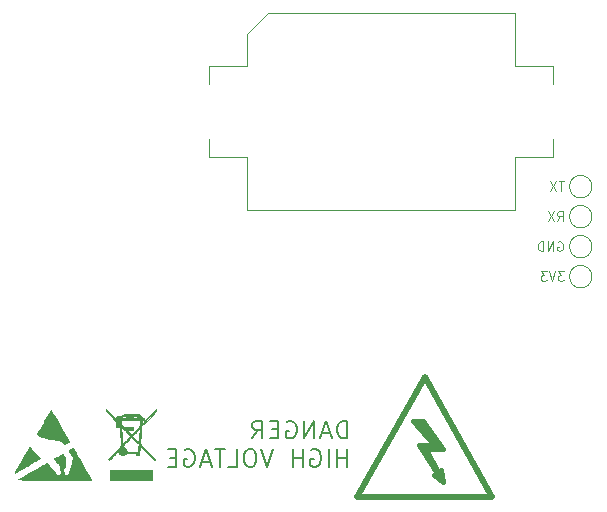
<source format=gbr>
%TF.GenerationSoftware,KiCad,Pcbnew,(5.1.6)-1*%
%TF.CreationDate,2021-01-29T14:11:21+08:00*%
%TF.ProjectId,STM32F0_Nixie_Clock,53544d33-3246-4305-9f4e-697869655f43,V3.0*%
%TF.SameCoordinates,Original*%
%TF.FileFunction,Legend,Bot*%
%TF.FilePolarity,Positive*%
%FSLAX46Y46*%
G04 Gerber Fmt 4.6, Leading zero omitted, Abs format (unit mm)*
G04 Created by KiCad (PCBNEW (5.1.6)-1) date 2021-01-29 14:11:21*
%MOMM*%
%LPD*%
G01*
G04 APERTURE LIST*
%ADD10C,0.100000*%
%ADD11C,0.150000*%
%ADD12C,0.500000*%
%ADD13C,0.120000*%
%ADD14C,0.010000*%
%ADD15C,0.381000*%
%ADD16C,0.400000*%
G04 APERTURE END LIST*
D10*
X202766714Y-111067904D02*
X202271476Y-111067904D01*
X202538142Y-111372666D01*
X202423857Y-111372666D01*
X202347666Y-111410761D01*
X202309571Y-111448857D01*
X202271476Y-111525047D01*
X202271476Y-111715523D01*
X202309571Y-111791714D01*
X202347666Y-111829809D01*
X202423857Y-111867904D01*
X202652428Y-111867904D01*
X202728619Y-111829809D01*
X202766714Y-111791714D01*
X202042904Y-111067904D02*
X201776238Y-111867904D01*
X201509571Y-111067904D01*
X201319095Y-111067904D02*
X200823857Y-111067904D01*
X201090523Y-111372666D01*
X200976238Y-111372666D01*
X200900047Y-111410761D01*
X200861952Y-111448857D01*
X200823857Y-111525047D01*
X200823857Y-111715523D01*
X200861952Y-111791714D01*
X200900047Y-111829809D01*
X200976238Y-111867904D01*
X201204809Y-111867904D01*
X201281000Y-111829809D01*
X201319095Y-111791714D01*
X202804809Y-103447904D02*
X202347666Y-103447904D01*
X202576238Y-104247904D02*
X202576238Y-103447904D01*
X202157190Y-103447904D02*
X201623857Y-104247904D01*
X201623857Y-103447904D02*
X202157190Y-104247904D01*
X202271476Y-108566000D02*
X202347666Y-108527904D01*
X202461952Y-108527904D01*
X202576238Y-108566000D01*
X202652428Y-108642190D01*
X202690523Y-108718380D01*
X202728619Y-108870761D01*
X202728619Y-108985047D01*
X202690523Y-109137428D01*
X202652428Y-109213619D01*
X202576238Y-109289809D01*
X202461952Y-109327904D01*
X202385761Y-109327904D01*
X202271476Y-109289809D01*
X202233380Y-109251714D01*
X202233380Y-108985047D01*
X202385761Y-108985047D01*
X201890523Y-109327904D02*
X201890523Y-108527904D01*
X201433380Y-109327904D01*
X201433380Y-108527904D01*
X201052428Y-109327904D02*
X201052428Y-108527904D01*
X200861952Y-108527904D01*
X200747666Y-108566000D01*
X200671476Y-108642190D01*
X200633380Y-108718380D01*
X200595285Y-108870761D01*
X200595285Y-108985047D01*
X200633380Y-109137428D01*
X200671476Y-109213619D01*
X200747666Y-109289809D01*
X200861952Y-109327904D01*
X201052428Y-109327904D01*
X202233380Y-106787904D02*
X202500047Y-106406952D01*
X202690523Y-106787904D02*
X202690523Y-105987904D01*
X202385761Y-105987904D01*
X202309571Y-106026000D01*
X202271476Y-106064095D01*
X202233380Y-106140285D01*
X202233380Y-106254571D01*
X202271476Y-106330761D01*
X202309571Y-106368857D01*
X202385761Y-106406952D01*
X202690523Y-106406952D01*
X201966714Y-105987904D02*
X201433380Y-106787904D01*
X201433380Y-105987904D02*
X201966714Y-106787904D01*
D11*
X184457357Y-125208571D02*
X184457357Y-123708571D01*
X184100214Y-123708571D01*
X183885928Y-123780000D01*
X183743071Y-123922857D01*
X183671642Y-124065714D01*
X183600214Y-124351428D01*
X183600214Y-124565714D01*
X183671642Y-124851428D01*
X183743071Y-124994285D01*
X183885928Y-125137142D01*
X184100214Y-125208571D01*
X184457357Y-125208571D01*
X183028785Y-124780000D02*
X182314500Y-124780000D01*
X183171642Y-125208571D02*
X182671642Y-123708571D01*
X182171642Y-125208571D01*
X181671642Y-125208571D02*
X181671642Y-123708571D01*
X180814500Y-125208571D01*
X180814500Y-123708571D01*
X179314500Y-123780000D02*
X179457357Y-123708571D01*
X179671642Y-123708571D01*
X179885928Y-123780000D01*
X180028785Y-123922857D01*
X180100214Y-124065714D01*
X180171642Y-124351428D01*
X180171642Y-124565714D01*
X180100214Y-124851428D01*
X180028785Y-124994285D01*
X179885928Y-125137142D01*
X179671642Y-125208571D01*
X179528785Y-125208571D01*
X179314500Y-125137142D01*
X179243071Y-125065714D01*
X179243071Y-124565714D01*
X179528785Y-124565714D01*
X178600214Y-124422857D02*
X178100214Y-124422857D01*
X177885928Y-125208571D02*
X178600214Y-125208571D01*
X178600214Y-123708571D01*
X177885928Y-123708571D01*
X176385928Y-125208571D02*
X176885928Y-124494285D01*
X177243071Y-125208571D02*
X177243071Y-123708571D01*
X176671642Y-123708571D01*
X176528785Y-123780000D01*
X176457357Y-123851428D01*
X176385928Y-123994285D01*
X176385928Y-124208571D01*
X176457357Y-124351428D01*
X176528785Y-124422857D01*
X176671642Y-124494285D01*
X177243071Y-124494285D01*
X184457357Y-127608571D02*
X184457357Y-126108571D01*
X184457357Y-126822857D02*
X183600214Y-126822857D01*
X183600214Y-127608571D02*
X183600214Y-126108571D01*
X182885928Y-127608571D02*
X182885928Y-126108571D01*
X181385928Y-126180000D02*
X181528785Y-126108571D01*
X181743071Y-126108571D01*
X181957357Y-126180000D01*
X182100214Y-126322857D01*
X182171642Y-126465714D01*
X182243071Y-126751428D01*
X182243071Y-126965714D01*
X182171642Y-127251428D01*
X182100214Y-127394285D01*
X181957357Y-127537142D01*
X181743071Y-127608571D01*
X181600214Y-127608571D01*
X181385928Y-127537142D01*
X181314500Y-127465714D01*
X181314500Y-126965714D01*
X181600214Y-126965714D01*
X180671642Y-127608571D02*
X180671642Y-126108571D01*
X180671642Y-126822857D02*
X179814500Y-126822857D01*
X179814500Y-127608571D02*
X179814500Y-126108571D01*
X178171642Y-126108571D02*
X177671642Y-127608571D01*
X177171642Y-126108571D01*
X176385928Y-126108571D02*
X176100214Y-126108571D01*
X175957357Y-126180000D01*
X175814500Y-126322857D01*
X175743071Y-126608571D01*
X175743071Y-127108571D01*
X175814500Y-127394285D01*
X175957357Y-127537142D01*
X176100214Y-127608571D01*
X176385928Y-127608571D01*
X176528785Y-127537142D01*
X176671642Y-127394285D01*
X176743071Y-127108571D01*
X176743071Y-126608571D01*
X176671642Y-126322857D01*
X176528785Y-126180000D01*
X176385928Y-126108571D01*
X174385928Y-127608571D02*
X175100214Y-127608571D01*
X175100214Y-126108571D01*
X174100214Y-126108571D02*
X173243071Y-126108571D01*
X173671642Y-127608571D02*
X173671642Y-126108571D01*
X172814500Y-127180000D02*
X172100214Y-127180000D01*
X172957357Y-127608571D02*
X172457357Y-126108571D01*
X171957357Y-127608571D01*
X170671642Y-126180000D02*
X170814500Y-126108571D01*
X171028785Y-126108571D01*
X171243071Y-126180000D01*
X171385928Y-126322857D01*
X171457357Y-126465714D01*
X171528785Y-126751428D01*
X171528785Y-126965714D01*
X171457357Y-127251428D01*
X171385928Y-127394285D01*
X171243071Y-127537142D01*
X171028785Y-127608571D01*
X170885928Y-127608571D01*
X170671642Y-127537142D01*
X170600214Y-127465714D01*
X170600214Y-126965714D01*
X170885928Y-126965714D01*
X169957357Y-126822857D02*
X169457357Y-126822857D01*
X169243071Y-127608571D02*
X169957357Y-127608571D01*
X169957357Y-126108571D01*
X169243071Y-126108571D01*
D12*
X185293000Y-130149600D02*
X191008000Y-119976900D01*
X196710300Y-130136900D02*
X185293000Y-130149600D01*
X191020700Y-119976900D02*
X196723000Y-130136900D01*
D13*
%TO.C,TP101*%
X205166000Y-111506000D02*
G75*
G03*
X205166000Y-111506000I-950000J0D01*
G01*
%TO.C,TP107*%
X205166000Y-108966000D02*
G75*
G03*
X205166000Y-108966000I-950000J0D01*
G01*
%TO.C,TP104*%
X205166000Y-106426000D02*
G75*
G03*
X205166000Y-106426000I-950000J0D01*
G01*
%TO.C,TP103*%
X205166000Y-103886000D02*
G75*
G03*
X205166000Y-103886000I-950000J0D01*
G01*
%TO.C,BT101*%
X198630000Y-93686000D02*
X201830000Y-93686000D01*
X201830000Y-93686000D02*
X201830000Y-95236000D01*
X198630000Y-89186000D02*
X198630000Y-93686000D01*
X198630000Y-89186000D02*
X177730000Y-89186000D01*
X175930000Y-90986000D02*
X175930000Y-93686000D01*
X177730000Y-89186000D02*
X175930000Y-90986000D01*
X175930000Y-93686000D02*
X172730000Y-93686000D01*
X172730000Y-93686000D02*
X172730000Y-95236000D01*
X175930000Y-101386000D02*
X172730000Y-101386000D01*
X172730000Y-101386000D02*
X172730000Y-99836000D01*
X198630000Y-101386000D02*
X201830000Y-101386000D01*
X201830000Y-101386000D02*
X201830000Y-99836000D01*
X175930000Y-105886000D02*
X198630000Y-105886000D01*
X175930000Y-105886000D02*
X175930000Y-101386000D01*
X198630000Y-105886000D02*
X198630000Y-101386000D01*
D14*
%TO.C,REF\u002A\u002A*%
G36*
X161189906Y-126021158D02*
G01*
X161157381Y-126033736D01*
X161107807Y-126058712D01*
X161036626Y-126097876D01*
X161031084Y-126100988D01*
X160965526Y-126138476D01*
X160910202Y-126171319D01*
X160870545Y-126196205D01*
X160851988Y-126209820D01*
X160851469Y-126210487D01*
X160855952Y-126229390D01*
X160876514Y-126271605D01*
X160911817Y-126334832D01*
X160960520Y-126416772D01*
X161021282Y-126515122D01*
X161092764Y-126627585D01*
X161110555Y-126655165D01*
X161156907Y-126731699D01*
X161190658Y-126797556D01*
X161208847Y-126846782D01*
X161210714Y-126856507D01*
X161209885Y-126899312D01*
X161200606Y-126967209D01*
X161184032Y-127055843D01*
X161161320Y-127160859D01*
X161133627Y-127277902D01*
X161102110Y-127402616D01*
X161067925Y-127530645D01*
X161032229Y-127657634D01*
X160996179Y-127779228D01*
X160960932Y-127891072D01*
X160927644Y-127988810D01*
X160897472Y-128068087D01*
X160876439Y-128115122D01*
X160851663Y-128165225D01*
X160828270Y-128213168D01*
X160827003Y-128215793D01*
X160788301Y-128264220D01*
X160731816Y-128296828D01*
X160666061Y-128312454D01*
X160599549Y-128309937D01*
X160540795Y-128288114D01*
X160507742Y-128259382D01*
X160460141Y-128180583D01*
X160425261Y-128082378D01*
X160406123Y-127974779D01*
X160403412Y-127913780D01*
X160414330Y-127799935D01*
X160446376Y-127705660D01*
X160501274Y-127626379D01*
X160518393Y-127608733D01*
X160569339Y-127559235D01*
X160572837Y-127209362D01*
X160576336Y-126859489D01*
X160487182Y-126724531D01*
X160445346Y-126663445D01*
X160405055Y-126608493D01*
X160372057Y-126567336D01*
X160357874Y-126552192D01*
X160317719Y-126514810D01*
X160263335Y-126544098D01*
X160228961Y-126565084D01*
X160210154Y-126581378D01*
X160208951Y-126584307D01*
X160196097Y-126596728D01*
X160174104Y-126605977D01*
X160152850Y-126614313D01*
X160120306Y-126630149D01*
X160073678Y-126655033D01*
X160010171Y-126690509D01*
X159926992Y-126738123D01*
X159821347Y-126799422D01*
X159763938Y-126832932D01*
X159696406Y-126873071D01*
X159652115Y-126901659D01*
X159627145Y-126922039D01*
X159617577Y-126937553D01*
X159619492Y-126951546D01*
X159621089Y-126954796D01*
X159636624Y-126975266D01*
X159669864Y-127013665D01*
X159716938Y-127065696D01*
X159773972Y-127127066D01*
X159823300Y-127179090D01*
X159936970Y-127302567D01*
X160025895Y-127409591D01*
X160090866Y-127501240D01*
X160132679Y-127578588D01*
X160146783Y-127617866D01*
X160152608Y-127652249D01*
X160158625Y-127710899D01*
X160164304Y-127787117D01*
X160169116Y-127874202D01*
X160171381Y-127929268D01*
X160174541Y-128024464D01*
X160175931Y-128094062D01*
X160175142Y-128143409D01*
X160171765Y-128177854D01*
X160165392Y-128202743D01*
X160155613Y-128223425D01*
X160147933Y-128236053D01*
X160103579Y-128284726D01*
X160046426Y-128318645D01*
X159986292Y-128333438D01*
X159941227Y-128328086D01*
X159900424Y-128304930D01*
X159849276Y-128263462D01*
X159794958Y-128210912D01*
X159744643Y-128154516D01*
X159705506Y-128101505D01*
X159691095Y-128075889D01*
X159669509Y-128040814D01*
X159630247Y-127987389D01*
X159576898Y-127919789D01*
X159513048Y-127842190D01*
X159442285Y-127758768D01*
X159368196Y-127673698D01*
X159294368Y-127591155D01*
X159224389Y-127515316D01*
X159161845Y-127450356D01*
X159112740Y-127402669D01*
X159058221Y-127355032D01*
X159012358Y-127319908D01*
X158980189Y-127300949D01*
X158969511Y-127298864D01*
X158953147Y-127307274D01*
X158912329Y-127329846D01*
X158849414Y-127365224D01*
X158766756Y-127412054D01*
X158666711Y-127468981D01*
X158551634Y-127534649D01*
X158423881Y-127607703D01*
X158285806Y-127686788D01*
X158139766Y-127770548D01*
X157988116Y-127857629D01*
X157833210Y-127946676D01*
X157677405Y-128036332D01*
X157523056Y-128125243D01*
X157372518Y-128212054D01*
X157228146Y-128295409D01*
X157092296Y-128373954D01*
X156967323Y-128446333D01*
X156855583Y-128511190D01*
X156759430Y-128567171D01*
X156681221Y-128612920D01*
X156623311Y-128647083D01*
X156588054Y-128668304D01*
X156577835Y-128674963D01*
X156591598Y-128676280D01*
X156634896Y-128677559D01*
X156706286Y-128678796D01*
X156804327Y-128679983D01*
X156927578Y-128681115D01*
X157074597Y-128682186D01*
X157243943Y-128683189D01*
X157434174Y-128684119D01*
X157643849Y-128684968D01*
X157871527Y-128685732D01*
X158115765Y-128686403D01*
X158375123Y-128686976D01*
X158648159Y-128687444D01*
X158933432Y-128687802D01*
X159229500Y-128688042D01*
X159534921Y-128688159D01*
X159663076Y-128688171D01*
X162763030Y-128688171D01*
X162541947Y-128304847D01*
X162495144Y-128223680D01*
X162434898Y-128119166D01*
X162363222Y-127994801D01*
X162282131Y-127854082D01*
X162193638Y-127700503D01*
X162099760Y-127537562D01*
X162002509Y-127368754D01*
X161903900Y-127197575D01*
X161805947Y-127027521D01*
X161781175Y-126984512D01*
X161690848Y-126827857D01*
X161604711Y-126678803D01*
X161524058Y-126539568D01*
X161450184Y-126412371D01*
X161384383Y-126299432D01*
X161327950Y-126202968D01*
X161282179Y-126125200D01*
X161248365Y-126068346D01*
X161227802Y-126034625D01*
X161222047Y-126026040D01*
X161209942Y-126019189D01*
X161189906Y-126021158D01*
G37*
X161189906Y-126021158D02*
X161157381Y-126033736D01*
X161107807Y-126058712D01*
X161036626Y-126097876D01*
X161031084Y-126100988D01*
X160965526Y-126138476D01*
X160910202Y-126171319D01*
X160870545Y-126196205D01*
X160851988Y-126209820D01*
X160851469Y-126210487D01*
X160855952Y-126229390D01*
X160876514Y-126271605D01*
X160911817Y-126334832D01*
X160960520Y-126416772D01*
X161021282Y-126515122D01*
X161092764Y-126627585D01*
X161110555Y-126655165D01*
X161156907Y-126731699D01*
X161190658Y-126797556D01*
X161208847Y-126846782D01*
X161210714Y-126856507D01*
X161209885Y-126899312D01*
X161200606Y-126967209D01*
X161184032Y-127055843D01*
X161161320Y-127160859D01*
X161133627Y-127277902D01*
X161102110Y-127402616D01*
X161067925Y-127530645D01*
X161032229Y-127657634D01*
X160996179Y-127779228D01*
X160960932Y-127891072D01*
X160927644Y-127988810D01*
X160897472Y-128068087D01*
X160876439Y-128115122D01*
X160851663Y-128165225D01*
X160828270Y-128213168D01*
X160827003Y-128215793D01*
X160788301Y-128264220D01*
X160731816Y-128296828D01*
X160666061Y-128312454D01*
X160599549Y-128309937D01*
X160540795Y-128288114D01*
X160507742Y-128259382D01*
X160460141Y-128180583D01*
X160425261Y-128082378D01*
X160406123Y-127974779D01*
X160403412Y-127913780D01*
X160414330Y-127799935D01*
X160446376Y-127705660D01*
X160501274Y-127626379D01*
X160518393Y-127608733D01*
X160569339Y-127559235D01*
X160572837Y-127209362D01*
X160576336Y-126859489D01*
X160487182Y-126724531D01*
X160445346Y-126663445D01*
X160405055Y-126608493D01*
X160372057Y-126567336D01*
X160357874Y-126552192D01*
X160317719Y-126514810D01*
X160263335Y-126544098D01*
X160228961Y-126565084D01*
X160210154Y-126581378D01*
X160208951Y-126584307D01*
X160196097Y-126596728D01*
X160174104Y-126605977D01*
X160152850Y-126614313D01*
X160120306Y-126630149D01*
X160073678Y-126655033D01*
X160010171Y-126690509D01*
X159926992Y-126738123D01*
X159821347Y-126799422D01*
X159763938Y-126832932D01*
X159696406Y-126873071D01*
X159652115Y-126901659D01*
X159627145Y-126922039D01*
X159617577Y-126937553D01*
X159619492Y-126951546D01*
X159621089Y-126954796D01*
X159636624Y-126975266D01*
X159669864Y-127013665D01*
X159716938Y-127065696D01*
X159773972Y-127127066D01*
X159823300Y-127179090D01*
X159936970Y-127302567D01*
X160025895Y-127409591D01*
X160090866Y-127501240D01*
X160132679Y-127578588D01*
X160146783Y-127617866D01*
X160152608Y-127652249D01*
X160158625Y-127710899D01*
X160164304Y-127787117D01*
X160169116Y-127874202D01*
X160171381Y-127929268D01*
X160174541Y-128024464D01*
X160175931Y-128094062D01*
X160175142Y-128143409D01*
X160171765Y-128177854D01*
X160165392Y-128202743D01*
X160155613Y-128223425D01*
X160147933Y-128236053D01*
X160103579Y-128284726D01*
X160046426Y-128318645D01*
X159986292Y-128333438D01*
X159941227Y-128328086D01*
X159900424Y-128304930D01*
X159849276Y-128263462D01*
X159794958Y-128210912D01*
X159744643Y-128154516D01*
X159705506Y-128101505D01*
X159691095Y-128075889D01*
X159669509Y-128040814D01*
X159630247Y-127987389D01*
X159576898Y-127919789D01*
X159513048Y-127842190D01*
X159442285Y-127758768D01*
X159368196Y-127673698D01*
X159294368Y-127591155D01*
X159224389Y-127515316D01*
X159161845Y-127450356D01*
X159112740Y-127402669D01*
X159058221Y-127355032D01*
X159012358Y-127319908D01*
X158980189Y-127300949D01*
X158969511Y-127298864D01*
X158953147Y-127307274D01*
X158912329Y-127329846D01*
X158849414Y-127365224D01*
X158766756Y-127412054D01*
X158666711Y-127468981D01*
X158551634Y-127534649D01*
X158423881Y-127607703D01*
X158285806Y-127686788D01*
X158139766Y-127770548D01*
X157988116Y-127857629D01*
X157833210Y-127946676D01*
X157677405Y-128036332D01*
X157523056Y-128125243D01*
X157372518Y-128212054D01*
X157228146Y-128295409D01*
X157092296Y-128373954D01*
X156967323Y-128446333D01*
X156855583Y-128511190D01*
X156759430Y-128567171D01*
X156681221Y-128612920D01*
X156623311Y-128647083D01*
X156588054Y-128668304D01*
X156577835Y-128674963D01*
X156591598Y-128676280D01*
X156634896Y-128677559D01*
X156706286Y-128678796D01*
X156804327Y-128679983D01*
X156927578Y-128681115D01*
X157074597Y-128682186D01*
X157243943Y-128683189D01*
X157434174Y-128684119D01*
X157643849Y-128684968D01*
X157871527Y-128685732D01*
X158115765Y-128686403D01*
X158375123Y-128686976D01*
X158648159Y-128687444D01*
X158933432Y-128687802D01*
X159229500Y-128688042D01*
X159534921Y-128688159D01*
X159663076Y-128688171D01*
X162763030Y-128688171D01*
X162541947Y-128304847D01*
X162495144Y-128223680D01*
X162434898Y-128119166D01*
X162363222Y-127994801D01*
X162282131Y-127854082D01*
X162193638Y-127700503D01*
X162099760Y-127537562D01*
X162002509Y-127368754D01*
X161903900Y-127197575D01*
X161805947Y-127027521D01*
X161781175Y-126984512D01*
X161690848Y-126827857D01*
X161604711Y-126678803D01*
X161524058Y-126539568D01*
X161450184Y-126412371D01*
X161384383Y-126299432D01*
X161327950Y-126202968D01*
X161282179Y-126125200D01*
X161248365Y-126068346D01*
X161227802Y-126034625D01*
X161222047Y-126026040D01*
X161209942Y-126019189D01*
X161189906Y-126021158D01*
G36*
X157524472Y-125964619D02*
G01*
X157513092Y-125983693D01*
X157487512Y-126027421D01*
X157448998Y-126093619D01*
X157398814Y-126180102D01*
X157338225Y-126284685D01*
X157268497Y-126405183D01*
X157190893Y-126539412D01*
X157106680Y-126685187D01*
X157017121Y-126840323D01*
X156925002Y-127000000D01*
X156830924Y-127163117D01*
X156740598Y-127319709D01*
X156655335Y-127467506D01*
X156576443Y-127604240D01*
X156505231Y-127727642D01*
X156443009Y-127835444D01*
X156391087Y-127925377D01*
X156350772Y-127995173D01*
X156323376Y-128042564D01*
X156310493Y-128064786D01*
X156289493Y-128102330D01*
X156278075Y-128125831D01*
X156277449Y-128129920D01*
X156291364Y-128122242D01*
X156330059Y-128100203D01*
X156391513Y-128064971D01*
X156473702Y-128017711D01*
X156574604Y-127959589D01*
X156692195Y-127891771D01*
X156824454Y-127815424D01*
X156969358Y-127731714D01*
X157124883Y-127641806D01*
X157289008Y-127546867D01*
X157351451Y-127510732D01*
X157518513Y-127414083D01*
X157677926Y-127321938D01*
X157827645Y-127235475D01*
X157965624Y-127155871D01*
X158089815Y-127084305D01*
X158198173Y-127021955D01*
X158288652Y-126969998D01*
X158359204Y-126929613D01*
X158407785Y-126901978D01*
X158432346Y-126888272D01*
X158434915Y-126886974D01*
X158427431Y-126875220D01*
X158401386Y-126843795D01*
X158359441Y-126795594D01*
X158304254Y-126733510D01*
X158238483Y-126660439D01*
X158164788Y-126579276D01*
X158085827Y-126492916D01*
X158004260Y-126404253D01*
X157922746Y-126316182D01*
X157843943Y-126231599D01*
X157770510Y-126153397D01*
X157705107Y-126084472D01*
X157650392Y-126027719D01*
X157609023Y-125986032D01*
X157594836Y-125972363D01*
X157547820Y-125928201D01*
X157524472Y-125964619D01*
G37*
X157524472Y-125964619D02*
X157513092Y-125983693D01*
X157487512Y-126027421D01*
X157448998Y-126093619D01*
X157398814Y-126180102D01*
X157338225Y-126284685D01*
X157268497Y-126405183D01*
X157190893Y-126539412D01*
X157106680Y-126685187D01*
X157017121Y-126840323D01*
X156925002Y-127000000D01*
X156830924Y-127163117D01*
X156740598Y-127319709D01*
X156655335Y-127467506D01*
X156576443Y-127604240D01*
X156505231Y-127727642D01*
X156443009Y-127835444D01*
X156391087Y-127925377D01*
X156350772Y-127995173D01*
X156323376Y-128042564D01*
X156310493Y-128064786D01*
X156289493Y-128102330D01*
X156278075Y-128125831D01*
X156277449Y-128129920D01*
X156291364Y-128122242D01*
X156330059Y-128100203D01*
X156391513Y-128064971D01*
X156473702Y-128017711D01*
X156574604Y-127959589D01*
X156692195Y-127891771D01*
X156824454Y-127815424D01*
X156969358Y-127731714D01*
X157124883Y-127641806D01*
X157289008Y-127546867D01*
X157351451Y-127510732D01*
X157518513Y-127414083D01*
X157677926Y-127321938D01*
X157827645Y-127235475D01*
X157965624Y-127155871D01*
X158089815Y-127084305D01*
X158198173Y-127021955D01*
X158288652Y-126969998D01*
X158359204Y-126929613D01*
X158407785Y-126901978D01*
X158432346Y-126888272D01*
X158434915Y-126886974D01*
X158427431Y-126875220D01*
X158401386Y-126843795D01*
X158359441Y-126795594D01*
X158304254Y-126733510D01*
X158238483Y-126660439D01*
X158164788Y-126579276D01*
X158085827Y-126492916D01*
X158004260Y-126404253D01*
X157922746Y-126316182D01*
X157843943Y-126231599D01*
X157770510Y-126153397D01*
X157705107Y-126084472D01*
X157650392Y-126027719D01*
X157609023Y-125986032D01*
X157594836Y-125972363D01*
X157547820Y-125928201D01*
X157524472Y-125964619D01*
G36*
X159347957Y-122815835D02*
G01*
X159324935Y-122853245D01*
X159289466Y-122912514D01*
X159243004Y-122991118D01*
X159187004Y-123086538D01*
X159122919Y-123196250D01*
X159052204Y-123317734D01*
X158976313Y-123448468D01*
X158896701Y-123585930D01*
X158814822Y-123727598D01*
X158732130Y-123870951D01*
X158650079Y-124013467D01*
X158570124Y-124152624D01*
X158493719Y-124285901D01*
X158422318Y-124410776D01*
X158357376Y-124524727D01*
X158300347Y-124625233D01*
X158252685Y-124709772D01*
X158215845Y-124775822D01*
X158191280Y-124820862D01*
X158180446Y-124842370D01*
X158180049Y-124843714D01*
X158193499Y-124861965D01*
X158230886Y-124889882D01*
X158287765Y-124924725D01*
X158359688Y-124963754D01*
X158434985Y-125000843D01*
X158537440Y-125045817D01*
X158645183Y-125086226D01*
X158761927Y-125122969D01*
X158891382Y-125156942D01*
X159037260Y-125189044D01*
X159203274Y-125220173D01*
X159393134Y-125251227D01*
X159589531Y-125280145D01*
X159760166Y-125305800D01*
X159903455Y-125331198D01*
X160022992Y-125357602D01*
X160122370Y-125386273D01*
X160205182Y-125418473D01*
X160275022Y-125455465D01*
X160335482Y-125498512D01*
X160390155Y-125548875D01*
X160407786Y-125567583D01*
X160446000Y-125611139D01*
X160474268Y-125646682D01*
X160487382Y-125667583D01*
X160487732Y-125669297D01*
X160492320Y-125679806D01*
X160508242Y-125679924D01*
X160538734Y-125668254D01*
X160587032Y-125643396D01*
X160656373Y-125603952D01*
X160704561Y-125575587D01*
X160776417Y-125531247D01*
X160832258Y-125493279D01*
X160868333Y-125464416D01*
X160880887Y-125447388D01*
X160880879Y-125447264D01*
X160873094Y-125431037D01*
X160851108Y-125390400D01*
X160816197Y-125327567D01*
X160769637Y-125244752D01*
X160712705Y-125144172D01*
X160646677Y-125028040D01*
X160572828Y-124898571D01*
X160492436Y-124757980D01*
X160406776Y-124608482D01*
X160317124Y-124452292D01*
X160224757Y-124291624D01*
X160130951Y-124128693D01*
X160036982Y-123965713D01*
X159944126Y-123804900D01*
X159853660Y-123648468D01*
X159766859Y-123498633D01*
X159685000Y-123357608D01*
X159609359Y-123227609D01*
X159541213Y-123110849D01*
X159481837Y-123009545D01*
X159432507Y-122925911D01*
X159394500Y-122862162D01*
X159369093Y-122820511D01*
X159357560Y-122803175D01*
X159357077Y-122802805D01*
X159347957Y-122815835D01*
G37*
X159347957Y-122815835D02*
X159324935Y-122853245D01*
X159289466Y-122912514D01*
X159243004Y-122991118D01*
X159187004Y-123086538D01*
X159122919Y-123196250D01*
X159052204Y-123317734D01*
X158976313Y-123448468D01*
X158896701Y-123585930D01*
X158814822Y-123727598D01*
X158732130Y-123870951D01*
X158650079Y-124013467D01*
X158570124Y-124152624D01*
X158493719Y-124285901D01*
X158422318Y-124410776D01*
X158357376Y-124524727D01*
X158300347Y-124625233D01*
X158252685Y-124709772D01*
X158215845Y-124775822D01*
X158191280Y-124820862D01*
X158180446Y-124842370D01*
X158180049Y-124843714D01*
X158193499Y-124861965D01*
X158230886Y-124889882D01*
X158287765Y-124924725D01*
X158359688Y-124963754D01*
X158434985Y-125000843D01*
X158537440Y-125045817D01*
X158645183Y-125086226D01*
X158761927Y-125122969D01*
X158891382Y-125156942D01*
X159037260Y-125189044D01*
X159203274Y-125220173D01*
X159393134Y-125251227D01*
X159589531Y-125280145D01*
X159760166Y-125305800D01*
X159903455Y-125331198D01*
X160022992Y-125357602D01*
X160122370Y-125386273D01*
X160205182Y-125418473D01*
X160275022Y-125455465D01*
X160335482Y-125498512D01*
X160390155Y-125548875D01*
X160407786Y-125567583D01*
X160446000Y-125611139D01*
X160474268Y-125646682D01*
X160487382Y-125667583D01*
X160487732Y-125669297D01*
X160492320Y-125679806D01*
X160508242Y-125679924D01*
X160538734Y-125668254D01*
X160587032Y-125643396D01*
X160656373Y-125603952D01*
X160704561Y-125575587D01*
X160776417Y-125531247D01*
X160832258Y-125493279D01*
X160868333Y-125464416D01*
X160880887Y-125447388D01*
X160880879Y-125447264D01*
X160873094Y-125431037D01*
X160851108Y-125390400D01*
X160816197Y-125327567D01*
X160769637Y-125244752D01*
X160712705Y-125144172D01*
X160646677Y-125028040D01*
X160572828Y-124898571D01*
X160492436Y-124757980D01*
X160406776Y-124608482D01*
X160317124Y-124452292D01*
X160224757Y-124291624D01*
X160130951Y-124128693D01*
X160036982Y-123965713D01*
X159944126Y-123804900D01*
X159853660Y-123648468D01*
X159766859Y-123498633D01*
X159685000Y-123357608D01*
X159609359Y-123227609D01*
X159541213Y-123110849D01*
X159481837Y-123009545D01*
X159432507Y-122925911D01*
X159394500Y-122862162D01*
X159369093Y-122820511D01*
X159357560Y-122803175D01*
X159357077Y-122802805D01*
X159347957Y-122815835D01*
G36*
X164368178Y-128747822D02*
G01*
X167888971Y-128747822D01*
X167888971Y-127880198D01*
X164368178Y-127880198D01*
X164368178Y-128747822D01*
G37*
X164368178Y-128747822D02*
X167888971Y-128747822D01*
X167888971Y-127880198D01*
X164368178Y-127880198D01*
X164368178Y-128747822D01*
G36*
X163991570Y-122794848D02*
G01*
X163992189Y-122881931D01*
X164443914Y-123340891D01*
X164895639Y-123799852D01*
X164895968Y-124010471D01*
X164896297Y-124221089D01*
X165171390Y-124221089D01*
X165178478Y-124274530D01*
X165181162Y-124298888D01*
X165185687Y-124344759D01*
X165191809Y-124409405D01*
X165199288Y-124490091D01*
X165207881Y-124584081D01*
X165217346Y-124688637D01*
X165227442Y-124801025D01*
X165237926Y-124918507D01*
X165248556Y-125038348D01*
X165259091Y-125157811D01*
X165269287Y-125274159D01*
X165278905Y-125384657D01*
X165287700Y-125486569D01*
X165295432Y-125577158D01*
X165301858Y-125653687D01*
X165306737Y-125713421D01*
X165309825Y-125753624D01*
X165310883Y-125771559D01*
X165310882Y-125771644D01*
X165303173Y-125786035D01*
X165280019Y-125815748D01*
X165241105Y-125861131D01*
X165186116Y-125922529D01*
X165114736Y-126000288D01*
X165026651Y-126094754D01*
X164921546Y-126206272D01*
X164799105Y-126335188D01*
X164764690Y-126371287D01*
X164218863Y-126943416D01*
X164307119Y-127031436D01*
X164378515Y-126953758D01*
X164404634Y-126925686D01*
X164445434Y-126882274D01*
X164498223Y-126826366D01*
X164560309Y-126760808D01*
X164629000Y-126688441D01*
X164701604Y-126612112D01*
X164745040Y-126566524D01*
X164826584Y-126481119D01*
X164892496Y-126412710D01*
X164944456Y-126360053D01*
X164984145Y-126321905D01*
X165013243Y-126297020D01*
X165033431Y-126284156D01*
X165046390Y-126282068D01*
X165053800Y-126289513D01*
X165057342Y-126305246D01*
X165058697Y-126328023D01*
X165058879Y-126334239D01*
X165068297Y-126377061D01*
X165091503Y-126428819D01*
X165123864Y-126481328D01*
X165160748Y-126526403D01*
X165175507Y-126540328D01*
X165251233Y-126589047D01*
X165339692Y-126616306D01*
X165417900Y-126622773D01*
X165506532Y-126610576D01*
X165588388Y-126574813D01*
X165660836Y-126516722D01*
X165674203Y-126502262D01*
X165723082Y-126446733D01*
X166568674Y-126446733D01*
X166568674Y-126622773D01*
X166795010Y-126622773D01*
X166795010Y-126540531D01*
X166797850Y-126484386D01*
X166807393Y-126445416D01*
X166818991Y-126424219D01*
X166827277Y-126409052D01*
X166834373Y-126387062D01*
X166840748Y-126354987D01*
X166846872Y-126309569D01*
X166853216Y-126247548D01*
X166860250Y-126165662D01*
X166865066Y-126104746D01*
X166887161Y-125819343D01*
X167429565Y-126368805D01*
X167527637Y-126468228D01*
X167621784Y-126563815D01*
X167710285Y-126653810D01*
X167791420Y-126736457D01*
X167863469Y-126810001D01*
X167924712Y-126872684D01*
X167973427Y-126922752D01*
X168007896Y-126958448D01*
X168026379Y-126977995D01*
X168056743Y-127008944D01*
X168082071Y-127030530D01*
X168095695Y-127037723D01*
X168113095Y-127029297D01*
X168138460Y-127008245D01*
X168147058Y-126999671D01*
X168183514Y-126961620D01*
X167982802Y-126757658D01*
X167931596Y-126705699D01*
X167865569Y-126638820D01*
X167787618Y-126559950D01*
X167700638Y-126472014D01*
X167607526Y-126377941D01*
X167511179Y-126280658D01*
X167414492Y-126183093D01*
X167345134Y-126113145D01*
X167239703Y-126006550D01*
X167151129Y-125916307D01*
X167078281Y-125841192D01*
X167020023Y-125779986D01*
X166975225Y-125731466D01*
X166953021Y-125706129D01*
X166774724Y-125706129D01*
X166752401Y-125991555D01*
X166745669Y-126075219D01*
X166739157Y-126151727D01*
X166733234Y-126217081D01*
X166728268Y-126267281D01*
X166724629Y-126298329D01*
X166723458Y-126305273D01*
X166716838Y-126333565D01*
X165767364Y-126333565D01*
X165761026Y-126254606D01*
X165741890Y-126161315D01*
X165701846Y-126078791D01*
X165643418Y-126010038D01*
X165569129Y-125958063D01*
X165485748Y-125926863D01*
X165458698Y-125912228D01*
X165445156Y-125880819D01*
X165444872Y-125879434D01*
X165443247Y-125866174D01*
X165445256Y-125852595D01*
X165452858Y-125836181D01*
X165468016Y-125814411D01*
X165492688Y-125784767D01*
X165528836Y-125744732D01*
X165578420Y-125691785D01*
X165643401Y-125623409D01*
X165647599Y-125619005D01*
X165717493Y-125545611D01*
X165791800Y-125467437D01*
X165865414Y-125389864D01*
X165933229Y-125318275D01*
X165990140Y-125258051D01*
X166002832Y-125244587D01*
X166051487Y-125193820D01*
X166094709Y-125150375D01*
X166129395Y-125117241D01*
X166152444Y-125097405D01*
X166160182Y-125093046D01*
X166171722Y-125102170D01*
X166198710Y-125127200D01*
X166239021Y-125166052D01*
X166290529Y-125216643D01*
X166351109Y-125276888D01*
X166418636Y-125344704D01*
X166473826Y-125400565D01*
X166774724Y-125706129D01*
X166953021Y-125706129D01*
X166942751Y-125694411D01*
X166921471Y-125667599D01*
X166910251Y-125649808D01*
X166907754Y-125641570D01*
X166908700Y-125623590D01*
X166911573Y-125582892D01*
X166916187Y-125521819D01*
X166922358Y-125442713D01*
X166929898Y-125347914D01*
X166938621Y-125239767D01*
X166948343Y-125120612D01*
X166958876Y-124992791D01*
X166967365Y-124890635D01*
X167015396Y-124314674D01*
X166891805Y-124314674D01*
X166891273Y-124327104D01*
X166888769Y-124362110D01*
X166884496Y-124417215D01*
X166878653Y-124489943D01*
X166871443Y-124577814D01*
X166863066Y-124678351D01*
X166853723Y-124789077D01*
X166844758Y-124894205D01*
X166834602Y-125013483D01*
X166825142Y-125126080D01*
X166816596Y-125229305D01*
X166809179Y-125320473D01*
X166803108Y-125396895D01*
X166798601Y-125455883D01*
X166795873Y-125494749D01*
X166795116Y-125509844D01*
X166793935Y-125519238D01*
X166789256Y-125522966D01*
X166779276Y-125519471D01*
X166762190Y-125507199D01*
X166736196Y-125484594D01*
X166699490Y-125450100D01*
X166650267Y-125402162D01*
X166586726Y-125339224D01*
X166519305Y-125271968D01*
X166243601Y-124996477D01*
X166245533Y-124994406D01*
X166063290Y-124994406D01*
X166054984Y-125005780D01*
X166031733Y-125032563D01*
X165995865Y-125072292D01*
X165949713Y-125122507D01*
X165895606Y-125180746D01*
X165835874Y-125244547D01*
X165772848Y-125311449D01*
X165708858Y-125378990D01*
X165646236Y-125444710D01*
X165587310Y-125506146D01*
X165534412Y-125560837D01*
X165489872Y-125606322D01*
X165456020Y-125640138D01*
X165435188Y-125659826D01*
X165429506Y-125663837D01*
X165427634Y-125650891D01*
X165423746Y-125615134D01*
X165418057Y-125558804D01*
X165410781Y-125484140D01*
X165402131Y-125393380D01*
X165392322Y-125288762D01*
X165381566Y-125172526D01*
X165370079Y-125046908D01*
X165360907Y-124945618D01*
X165349174Y-124814279D01*
X165338335Y-124690552D01*
X165328570Y-124576681D01*
X165320063Y-124474911D01*
X165312995Y-124387487D01*
X165307549Y-124316653D01*
X165303908Y-124264653D01*
X165302253Y-124233732D01*
X165302442Y-124225703D01*
X165312334Y-124232854D01*
X165337524Y-124255841D01*
X165375810Y-124292439D01*
X165424989Y-124340422D01*
X165482861Y-124397566D01*
X165547222Y-124461647D01*
X165615871Y-124530438D01*
X165686605Y-124601716D01*
X165757222Y-124673255D01*
X165825520Y-124742830D01*
X165889296Y-124808217D01*
X165946350Y-124867191D01*
X165994478Y-124917527D01*
X166031478Y-124956999D01*
X166055148Y-124983383D01*
X166063290Y-124994406D01*
X166245533Y-124994406D01*
X166346409Y-124886295D01*
X166398768Y-124830377D01*
X166457535Y-124767948D01*
X166520385Y-124701443D01*
X166584995Y-124633298D01*
X166649042Y-124565948D01*
X166710203Y-124501828D01*
X166766153Y-124443372D01*
X166814570Y-124393018D01*
X166853130Y-124353198D01*
X166879509Y-124326350D01*
X166891384Y-124314908D01*
X166891805Y-124314674D01*
X167015396Y-124314674D01*
X167027401Y-124170726D01*
X167627938Y-123539158D01*
X168228475Y-122907589D01*
X168228034Y-122819315D01*
X168227592Y-122731040D01*
X168130583Y-122834666D01*
X168076291Y-122892463D01*
X168012192Y-122960368D01*
X167940016Y-123036572D01*
X167861492Y-123119269D01*
X167778349Y-123206653D01*
X167692319Y-123296915D01*
X167605130Y-123388250D01*
X167518513Y-123478849D01*
X167434197Y-123566907D01*
X167353912Y-123650615D01*
X167279387Y-123728167D01*
X167212354Y-123797757D01*
X167154541Y-123857576D01*
X167107679Y-123905818D01*
X167073496Y-123940676D01*
X167053724Y-123960343D01*
X167049390Y-123964116D01*
X167049092Y-123950992D01*
X167050731Y-123917389D01*
X167054023Y-123867880D01*
X167058682Y-123807037D01*
X167060682Y-123782732D01*
X167075577Y-123604951D01*
X166958955Y-123604951D01*
X166952934Y-123633243D01*
X166949863Y-123655618D01*
X166945548Y-123697717D01*
X166940488Y-123754178D01*
X166935181Y-123819635D01*
X166933344Y-123843862D01*
X166927927Y-123913421D01*
X166922459Y-123978018D01*
X166917488Y-124031548D01*
X166913561Y-124067910D01*
X166912675Y-124074509D01*
X166909334Y-124088056D01*
X166902101Y-124103914D01*
X166889440Y-124123861D01*
X166869811Y-124149673D01*
X166841678Y-124183129D01*
X166803502Y-124226007D01*
X166753746Y-124280083D01*
X166690871Y-124347136D01*
X166613341Y-124428943D01*
X166534251Y-124511950D01*
X166455564Y-124594094D01*
X166382112Y-124670169D01*
X166315724Y-124738325D01*
X166258227Y-124796712D01*
X166211451Y-124843481D01*
X166177224Y-124876782D01*
X166157373Y-124894767D01*
X166153140Y-124897442D01*
X166142003Y-124887741D01*
X166115971Y-124862441D01*
X166077570Y-124824082D01*
X166029328Y-124775200D01*
X165973770Y-124718334D01*
X165933592Y-124676906D01*
X165723831Y-124460000D01*
X166342337Y-124460000D01*
X166342337Y-124221089D01*
X165587881Y-124221089D01*
X165587881Y-124327542D01*
X165449565Y-124189654D01*
X165351447Y-124091840D01*
X165160357Y-124091840D01*
X165158529Y-124107270D01*
X165149277Y-124115867D01*
X165126950Y-124119613D01*
X165085895Y-124120489D01*
X165078624Y-124120495D01*
X164996891Y-124120495D01*
X164996891Y-123901172D01*
X165078624Y-123982179D01*
X165124730Y-124031428D01*
X165152306Y-124069159D01*
X165160357Y-124091840D01*
X165351447Y-124091840D01*
X165311248Y-124051766D01*
X165311248Y-123928952D01*
X165310863Y-123872450D01*
X165309100Y-123836505D01*
X165305050Y-123816530D01*
X165297801Y-123807937D01*
X165286870Y-123806139D01*
X165274712Y-123803498D01*
X165265727Y-123792912D01*
X165258826Y-123770381D01*
X165252924Y-123731909D01*
X165246935Y-123673498D01*
X165245013Y-123652104D01*
X165240852Y-123604951D01*
X166958955Y-123604951D01*
X167075577Y-123604951D01*
X167235109Y-123604951D01*
X167235109Y-123491782D01*
X167167314Y-123491782D01*
X167127662Y-123490696D01*
X167106116Y-123485454D01*
X167103480Y-123482334D01*
X166964616Y-123482334D01*
X166957308Y-123489462D01*
X166931993Y-123491662D01*
X166914908Y-123491782D01*
X166857881Y-123491782D01*
X166645221Y-123491782D01*
X165230698Y-123491782D01*
X165278542Y-123442786D01*
X165352850Y-123382324D01*
X165444816Y-123335691D01*
X165555998Y-123302249D01*
X165666471Y-123283753D01*
X165738773Y-123275122D01*
X165738773Y-123366040D01*
X166317188Y-123366040D01*
X166317188Y-123262893D01*
X166402065Y-123271496D01*
X166461368Y-123278756D01*
X166524551Y-123288379D01*
X166562386Y-123295252D01*
X166637832Y-123310407D01*
X166641526Y-123401095D01*
X166645221Y-123491782D01*
X166857881Y-123491782D01*
X166857881Y-123441485D01*
X166859544Y-123409976D01*
X166863697Y-123392463D01*
X166865371Y-123391188D01*
X166883987Y-123399254D01*
X166911183Y-123418820D01*
X166938448Y-123442944D01*
X166957267Y-123464682D01*
X166958943Y-123467508D01*
X166964616Y-123482334D01*
X167103480Y-123482334D01*
X167095662Y-123473081D01*
X167091442Y-123459604D01*
X167074219Y-123424627D01*
X167041138Y-123382579D01*
X166997893Y-123339356D01*
X166950174Y-123300854D01*
X166918830Y-123280801D01*
X166883123Y-123258851D01*
X166864819Y-123240411D01*
X166858388Y-123218668D01*
X166857894Y-123205718D01*
X166857894Y-123202575D01*
X166216594Y-123202575D01*
X166216594Y-123265446D01*
X165839367Y-123265446D01*
X165839367Y-123202575D01*
X166216594Y-123202575D01*
X166857894Y-123202575D01*
X166857881Y-123164852D01*
X166752048Y-123164852D01*
X166703355Y-123166029D01*
X166665405Y-123169165D01*
X166644308Y-123173671D01*
X166642023Y-123175495D01*
X166628641Y-123178295D01*
X166596074Y-123177148D01*
X166549916Y-123172393D01*
X166518376Y-123168003D01*
X166461188Y-123159378D01*
X166408886Y-123151591D01*
X166369582Y-123145847D01*
X166358055Y-123144215D01*
X166327937Y-123134888D01*
X166317188Y-123120272D01*
X166313920Y-123114320D01*
X166302230Y-123109778D01*
X166279288Y-123106470D01*
X166242265Y-123104215D01*
X166188332Y-123102834D01*
X166114660Y-123102150D01*
X166027980Y-123101980D01*
X165935471Y-123102077D01*
X165865094Y-123102530D01*
X165813836Y-123103590D01*
X165778680Y-123105503D01*
X165756611Y-123108519D01*
X165744615Y-123112885D01*
X165739676Y-123118849D01*
X165738773Y-123125784D01*
X165731079Y-123147795D01*
X165705879Y-123160321D01*
X165659991Y-123164788D01*
X165651736Y-123164852D01*
X165574027Y-123172868D01*
X165485767Y-123194936D01*
X165394915Y-123228084D01*
X165309430Y-123269339D01*
X165237274Y-123315731D01*
X165227928Y-123323082D01*
X165197467Y-123346998D01*
X165179428Y-123356576D01*
X165166831Y-123353480D01*
X165153900Y-123340704D01*
X165115707Y-123315678D01*
X165066002Y-123306071D01*
X165012476Y-123311067D01*
X164962822Y-123329851D01*
X164924733Y-123361606D01*
X164921975Y-123365297D01*
X164893474Y-123424575D01*
X164888172Y-123485934D01*
X164905482Y-123544427D01*
X164944820Y-123595104D01*
X164949630Y-123599289D01*
X164977560Y-123619167D01*
X165005898Y-123627921D01*
X165045737Y-123628553D01*
X165055689Y-123627992D01*
X165094668Y-123626562D01*
X165114746Y-123629839D01*
X165122015Y-123639728D01*
X165122760Y-123648961D01*
X165124284Y-123675744D01*
X165128065Y-123716025D01*
X165130782Y-123740124D01*
X165134723Y-123778401D01*
X165133084Y-123797996D01*
X165123579Y-123805158D01*
X165106649Y-123806139D01*
X165096608Y-123802901D01*
X165080410Y-123792420D01*
X165056855Y-123773548D01*
X165024743Y-123745135D01*
X164982872Y-123706035D01*
X164930043Y-123655097D01*
X164865055Y-123591173D01*
X164786709Y-123513114D01*
X164693803Y-123419772D01*
X164585137Y-123309998D01*
X164532769Y-123256952D01*
X163990951Y-122707767D01*
X163991570Y-122794848D01*
G37*
X163991570Y-122794848D02*
X163992189Y-122881931D01*
X164443914Y-123340891D01*
X164895639Y-123799852D01*
X164895968Y-124010471D01*
X164896297Y-124221089D01*
X165171390Y-124221089D01*
X165178478Y-124274530D01*
X165181162Y-124298888D01*
X165185687Y-124344759D01*
X165191809Y-124409405D01*
X165199288Y-124490091D01*
X165207881Y-124584081D01*
X165217346Y-124688637D01*
X165227442Y-124801025D01*
X165237926Y-124918507D01*
X165248556Y-125038348D01*
X165259091Y-125157811D01*
X165269287Y-125274159D01*
X165278905Y-125384657D01*
X165287700Y-125486569D01*
X165295432Y-125577158D01*
X165301858Y-125653687D01*
X165306737Y-125713421D01*
X165309825Y-125753624D01*
X165310883Y-125771559D01*
X165310882Y-125771644D01*
X165303173Y-125786035D01*
X165280019Y-125815748D01*
X165241105Y-125861131D01*
X165186116Y-125922529D01*
X165114736Y-126000288D01*
X165026651Y-126094754D01*
X164921546Y-126206272D01*
X164799105Y-126335188D01*
X164764690Y-126371287D01*
X164218863Y-126943416D01*
X164307119Y-127031436D01*
X164378515Y-126953758D01*
X164404634Y-126925686D01*
X164445434Y-126882274D01*
X164498223Y-126826366D01*
X164560309Y-126760808D01*
X164629000Y-126688441D01*
X164701604Y-126612112D01*
X164745040Y-126566524D01*
X164826584Y-126481119D01*
X164892496Y-126412710D01*
X164944456Y-126360053D01*
X164984145Y-126321905D01*
X165013243Y-126297020D01*
X165033431Y-126284156D01*
X165046390Y-126282068D01*
X165053800Y-126289513D01*
X165057342Y-126305246D01*
X165058697Y-126328023D01*
X165058879Y-126334239D01*
X165068297Y-126377061D01*
X165091503Y-126428819D01*
X165123864Y-126481328D01*
X165160748Y-126526403D01*
X165175507Y-126540328D01*
X165251233Y-126589047D01*
X165339692Y-126616306D01*
X165417900Y-126622773D01*
X165506532Y-126610576D01*
X165588388Y-126574813D01*
X165660836Y-126516722D01*
X165674203Y-126502262D01*
X165723082Y-126446733D01*
X166568674Y-126446733D01*
X166568674Y-126622773D01*
X166795010Y-126622773D01*
X166795010Y-126540531D01*
X166797850Y-126484386D01*
X166807393Y-126445416D01*
X166818991Y-126424219D01*
X166827277Y-126409052D01*
X166834373Y-126387062D01*
X166840748Y-126354987D01*
X166846872Y-126309569D01*
X166853216Y-126247548D01*
X166860250Y-126165662D01*
X166865066Y-126104746D01*
X166887161Y-125819343D01*
X167429565Y-126368805D01*
X167527637Y-126468228D01*
X167621784Y-126563815D01*
X167710285Y-126653810D01*
X167791420Y-126736457D01*
X167863469Y-126810001D01*
X167924712Y-126872684D01*
X167973427Y-126922752D01*
X168007896Y-126958448D01*
X168026379Y-126977995D01*
X168056743Y-127008944D01*
X168082071Y-127030530D01*
X168095695Y-127037723D01*
X168113095Y-127029297D01*
X168138460Y-127008245D01*
X168147058Y-126999671D01*
X168183514Y-126961620D01*
X167982802Y-126757658D01*
X167931596Y-126705699D01*
X167865569Y-126638820D01*
X167787618Y-126559950D01*
X167700638Y-126472014D01*
X167607526Y-126377941D01*
X167511179Y-126280658D01*
X167414492Y-126183093D01*
X167345134Y-126113145D01*
X167239703Y-126006550D01*
X167151129Y-125916307D01*
X167078281Y-125841192D01*
X167020023Y-125779986D01*
X166975225Y-125731466D01*
X166953021Y-125706129D01*
X166774724Y-125706129D01*
X166752401Y-125991555D01*
X166745669Y-126075219D01*
X166739157Y-126151727D01*
X166733234Y-126217081D01*
X166728268Y-126267281D01*
X166724629Y-126298329D01*
X166723458Y-126305273D01*
X166716838Y-126333565D01*
X165767364Y-126333565D01*
X165761026Y-126254606D01*
X165741890Y-126161315D01*
X165701846Y-126078791D01*
X165643418Y-126010038D01*
X165569129Y-125958063D01*
X165485748Y-125926863D01*
X165458698Y-125912228D01*
X165445156Y-125880819D01*
X165444872Y-125879434D01*
X165443247Y-125866174D01*
X165445256Y-125852595D01*
X165452858Y-125836181D01*
X165468016Y-125814411D01*
X165492688Y-125784767D01*
X165528836Y-125744732D01*
X165578420Y-125691785D01*
X165643401Y-125623409D01*
X165647599Y-125619005D01*
X165717493Y-125545611D01*
X165791800Y-125467437D01*
X165865414Y-125389864D01*
X165933229Y-125318275D01*
X165990140Y-125258051D01*
X166002832Y-125244587D01*
X166051487Y-125193820D01*
X166094709Y-125150375D01*
X166129395Y-125117241D01*
X166152444Y-125097405D01*
X166160182Y-125093046D01*
X166171722Y-125102170D01*
X166198710Y-125127200D01*
X166239021Y-125166052D01*
X166290529Y-125216643D01*
X166351109Y-125276888D01*
X166418636Y-125344704D01*
X166473826Y-125400565D01*
X166774724Y-125706129D01*
X166953021Y-125706129D01*
X166942751Y-125694411D01*
X166921471Y-125667599D01*
X166910251Y-125649808D01*
X166907754Y-125641570D01*
X166908700Y-125623590D01*
X166911573Y-125582892D01*
X166916187Y-125521819D01*
X166922358Y-125442713D01*
X166929898Y-125347914D01*
X166938621Y-125239767D01*
X166948343Y-125120612D01*
X166958876Y-124992791D01*
X166967365Y-124890635D01*
X167015396Y-124314674D01*
X166891805Y-124314674D01*
X166891273Y-124327104D01*
X166888769Y-124362110D01*
X166884496Y-124417215D01*
X166878653Y-124489943D01*
X166871443Y-124577814D01*
X166863066Y-124678351D01*
X166853723Y-124789077D01*
X166844758Y-124894205D01*
X166834602Y-125013483D01*
X166825142Y-125126080D01*
X166816596Y-125229305D01*
X166809179Y-125320473D01*
X166803108Y-125396895D01*
X166798601Y-125455883D01*
X166795873Y-125494749D01*
X166795116Y-125509844D01*
X166793935Y-125519238D01*
X166789256Y-125522966D01*
X166779276Y-125519471D01*
X166762190Y-125507199D01*
X166736196Y-125484594D01*
X166699490Y-125450100D01*
X166650267Y-125402162D01*
X166586726Y-125339224D01*
X166519305Y-125271968D01*
X166243601Y-124996477D01*
X166245533Y-124994406D01*
X166063290Y-124994406D01*
X166054984Y-125005780D01*
X166031733Y-125032563D01*
X165995865Y-125072292D01*
X165949713Y-125122507D01*
X165895606Y-125180746D01*
X165835874Y-125244547D01*
X165772848Y-125311449D01*
X165708858Y-125378990D01*
X165646236Y-125444710D01*
X165587310Y-125506146D01*
X165534412Y-125560837D01*
X165489872Y-125606322D01*
X165456020Y-125640138D01*
X165435188Y-125659826D01*
X165429506Y-125663837D01*
X165427634Y-125650891D01*
X165423746Y-125615134D01*
X165418057Y-125558804D01*
X165410781Y-125484140D01*
X165402131Y-125393380D01*
X165392322Y-125288762D01*
X165381566Y-125172526D01*
X165370079Y-125046908D01*
X165360907Y-124945618D01*
X165349174Y-124814279D01*
X165338335Y-124690552D01*
X165328570Y-124576681D01*
X165320063Y-124474911D01*
X165312995Y-124387487D01*
X165307549Y-124316653D01*
X165303908Y-124264653D01*
X165302253Y-124233732D01*
X165302442Y-124225703D01*
X165312334Y-124232854D01*
X165337524Y-124255841D01*
X165375810Y-124292439D01*
X165424989Y-124340422D01*
X165482861Y-124397566D01*
X165547222Y-124461647D01*
X165615871Y-124530438D01*
X165686605Y-124601716D01*
X165757222Y-124673255D01*
X165825520Y-124742830D01*
X165889296Y-124808217D01*
X165946350Y-124867191D01*
X165994478Y-124917527D01*
X166031478Y-124956999D01*
X166055148Y-124983383D01*
X166063290Y-124994406D01*
X166245533Y-124994406D01*
X166346409Y-124886295D01*
X166398768Y-124830377D01*
X166457535Y-124767948D01*
X166520385Y-124701443D01*
X166584995Y-124633298D01*
X166649042Y-124565948D01*
X166710203Y-124501828D01*
X166766153Y-124443372D01*
X166814570Y-124393018D01*
X166853130Y-124353198D01*
X166879509Y-124326350D01*
X166891384Y-124314908D01*
X166891805Y-124314674D01*
X167015396Y-124314674D01*
X167027401Y-124170726D01*
X167627938Y-123539158D01*
X168228475Y-122907589D01*
X168228034Y-122819315D01*
X168227592Y-122731040D01*
X168130583Y-122834666D01*
X168076291Y-122892463D01*
X168012192Y-122960368D01*
X167940016Y-123036572D01*
X167861492Y-123119269D01*
X167778349Y-123206653D01*
X167692319Y-123296915D01*
X167605130Y-123388250D01*
X167518513Y-123478849D01*
X167434197Y-123566907D01*
X167353912Y-123650615D01*
X167279387Y-123728167D01*
X167212354Y-123797757D01*
X167154541Y-123857576D01*
X167107679Y-123905818D01*
X167073496Y-123940676D01*
X167053724Y-123960343D01*
X167049390Y-123964116D01*
X167049092Y-123950992D01*
X167050731Y-123917389D01*
X167054023Y-123867880D01*
X167058682Y-123807037D01*
X167060682Y-123782732D01*
X167075577Y-123604951D01*
X166958955Y-123604951D01*
X166952934Y-123633243D01*
X166949863Y-123655618D01*
X166945548Y-123697717D01*
X166940488Y-123754178D01*
X166935181Y-123819635D01*
X166933344Y-123843862D01*
X166927927Y-123913421D01*
X166922459Y-123978018D01*
X166917488Y-124031548D01*
X166913561Y-124067910D01*
X166912675Y-124074509D01*
X166909334Y-124088056D01*
X166902101Y-124103914D01*
X166889440Y-124123861D01*
X166869811Y-124149673D01*
X166841678Y-124183129D01*
X166803502Y-124226007D01*
X166753746Y-124280083D01*
X166690871Y-124347136D01*
X166613341Y-124428943D01*
X166534251Y-124511950D01*
X166455564Y-124594094D01*
X166382112Y-124670169D01*
X166315724Y-124738325D01*
X166258227Y-124796712D01*
X166211451Y-124843481D01*
X166177224Y-124876782D01*
X166157373Y-124894767D01*
X166153140Y-124897442D01*
X166142003Y-124887741D01*
X166115971Y-124862441D01*
X166077570Y-124824082D01*
X166029328Y-124775200D01*
X165973770Y-124718334D01*
X165933592Y-124676906D01*
X165723831Y-124460000D01*
X166342337Y-124460000D01*
X166342337Y-124221089D01*
X165587881Y-124221089D01*
X165587881Y-124327542D01*
X165449565Y-124189654D01*
X165351447Y-124091840D01*
X165160357Y-124091840D01*
X165158529Y-124107270D01*
X165149277Y-124115867D01*
X165126950Y-124119613D01*
X165085895Y-124120489D01*
X165078624Y-124120495D01*
X164996891Y-124120495D01*
X164996891Y-123901172D01*
X165078624Y-123982179D01*
X165124730Y-124031428D01*
X165152306Y-124069159D01*
X165160357Y-124091840D01*
X165351447Y-124091840D01*
X165311248Y-124051766D01*
X165311248Y-123928952D01*
X165310863Y-123872450D01*
X165309100Y-123836505D01*
X165305050Y-123816530D01*
X165297801Y-123807937D01*
X165286870Y-123806139D01*
X165274712Y-123803498D01*
X165265727Y-123792912D01*
X165258826Y-123770381D01*
X165252924Y-123731909D01*
X165246935Y-123673498D01*
X165245013Y-123652104D01*
X165240852Y-123604951D01*
X166958955Y-123604951D01*
X167075577Y-123604951D01*
X167235109Y-123604951D01*
X167235109Y-123491782D01*
X167167314Y-123491782D01*
X167127662Y-123490696D01*
X167106116Y-123485454D01*
X167103480Y-123482334D01*
X166964616Y-123482334D01*
X166957308Y-123489462D01*
X166931993Y-123491662D01*
X166914908Y-123491782D01*
X166857881Y-123491782D01*
X166645221Y-123491782D01*
X165230698Y-123491782D01*
X165278542Y-123442786D01*
X165352850Y-123382324D01*
X165444816Y-123335691D01*
X165555998Y-123302249D01*
X165666471Y-123283753D01*
X165738773Y-123275122D01*
X165738773Y-123366040D01*
X166317188Y-123366040D01*
X166317188Y-123262893D01*
X166402065Y-123271496D01*
X166461368Y-123278756D01*
X166524551Y-123288379D01*
X166562386Y-123295252D01*
X166637832Y-123310407D01*
X166641526Y-123401095D01*
X166645221Y-123491782D01*
X166857881Y-123491782D01*
X166857881Y-123441485D01*
X166859544Y-123409976D01*
X166863697Y-123392463D01*
X166865371Y-123391188D01*
X166883987Y-123399254D01*
X166911183Y-123418820D01*
X166938448Y-123442944D01*
X166957267Y-123464682D01*
X166958943Y-123467508D01*
X166964616Y-123482334D01*
X167103480Y-123482334D01*
X167095662Y-123473081D01*
X167091442Y-123459604D01*
X167074219Y-123424627D01*
X167041138Y-123382579D01*
X166997893Y-123339356D01*
X166950174Y-123300854D01*
X166918830Y-123280801D01*
X166883123Y-123258851D01*
X166864819Y-123240411D01*
X166858388Y-123218668D01*
X166857894Y-123205718D01*
X166857894Y-123202575D01*
X166216594Y-123202575D01*
X166216594Y-123265446D01*
X165839367Y-123265446D01*
X165839367Y-123202575D01*
X166216594Y-123202575D01*
X166857894Y-123202575D01*
X166857881Y-123164852D01*
X166752048Y-123164852D01*
X166703355Y-123166029D01*
X166665405Y-123169165D01*
X166644308Y-123173671D01*
X166642023Y-123175495D01*
X166628641Y-123178295D01*
X166596074Y-123177148D01*
X166549916Y-123172393D01*
X166518376Y-123168003D01*
X166461188Y-123159378D01*
X166408886Y-123151591D01*
X166369582Y-123145847D01*
X166358055Y-123144215D01*
X166327937Y-123134888D01*
X166317188Y-123120272D01*
X166313920Y-123114320D01*
X166302230Y-123109778D01*
X166279288Y-123106470D01*
X166242265Y-123104215D01*
X166188332Y-123102834D01*
X166114660Y-123102150D01*
X166027980Y-123101980D01*
X165935471Y-123102077D01*
X165865094Y-123102530D01*
X165813836Y-123103590D01*
X165778680Y-123105503D01*
X165756611Y-123108519D01*
X165744615Y-123112885D01*
X165739676Y-123118849D01*
X165738773Y-123125784D01*
X165731079Y-123147795D01*
X165705879Y-123160321D01*
X165659991Y-123164788D01*
X165651736Y-123164852D01*
X165574027Y-123172868D01*
X165485767Y-123194936D01*
X165394915Y-123228084D01*
X165309430Y-123269339D01*
X165237274Y-123315731D01*
X165227928Y-123323082D01*
X165197467Y-123346998D01*
X165179428Y-123356576D01*
X165166831Y-123353480D01*
X165153900Y-123340704D01*
X165115707Y-123315678D01*
X165066002Y-123306071D01*
X165012476Y-123311067D01*
X164962822Y-123329851D01*
X164924733Y-123361606D01*
X164921975Y-123365297D01*
X164893474Y-123424575D01*
X164888172Y-123485934D01*
X164905482Y-123544427D01*
X164944820Y-123595104D01*
X164949630Y-123599289D01*
X164977560Y-123619167D01*
X165005898Y-123627921D01*
X165045737Y-123628553D01*
X165055689Y-123627992D01*
X165094668Y-123626562D01*
X165114746Y-123629839D01*
X165122015Y-123639728D01*
X165122760Y-123648961D01*
X165124284Y-123675744D01*
X165128065Y-123716025D01*
X165130782Y-123740124D01*
X165134723Y-123778401D01*
X165133084Y-123797996D01*
X165123579Y-123805158D01*
X165106649Y-123806139D01*
X165096608Y-123802901D01*
X165080410Y-123792420D01*
X165056855Y-123773548D01*
X165024743Y-123745135D01*
X164982872Y-123706035D01*
X164930043Y-123655097D01*
X164865055Y-123591173D01*
X164786709Y-123513114D01*
X164693803Y-123419772D01*
X164585137Y-123309998D01*
X164532769Y-123256952D01*
X163990951Y-122707767D01*
X163991570Y-122794848D01*
D15*
X190754000Y-124079000D02*
X192151000Y-125984000D01*
X192151000Y-125984000D02*
X190881000Y-125984000D01*
X192405000Y-127889000D02*
X192532000Y-128905000D01*
X192532000Y-128905000D02*
X191770000Y-128270000D01*
X191770000Y-128270000D02*
X192278000Y-128524000D01*
X192278000Y-128524000D02*
X190500000Y-125730000D01*
X190500000Y-125730000D02*
X191770000Y-125730000D01*
X191770000Y-125730000D02*
X189992000Y-123698000D01*
X189992000Y-123698000D02*
X190754000Y-124206000D01*
X190754000Y-124206000D02*
X190881000Y-123698000D01*
X190881000Y-123698000D02*
X192532000Y-126111000D01*
X192532000Y-126111000D02*
X191135000Y-126111000D01*
X191135000Y-126111000D02*
X192278000Y-128397000D01*
X192278000Y-128397000D02*
X192405000Y-127889000D01*
D16*
X190881000Y-123698000D02*
X189992000Y-123698000D01*
%TD*%
M02*

</source>
